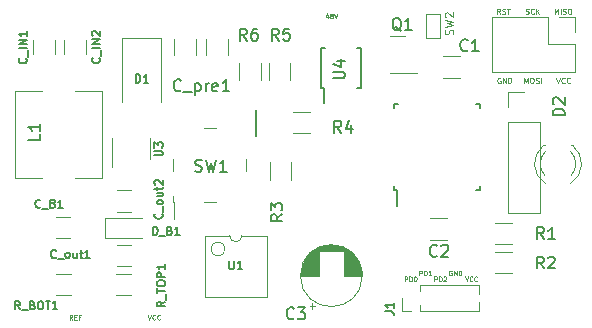
<source format=gbr>
G04 #@! TF.GenerationSoftware,KiCad,Pcbnew,6.0.7-f9a2dced07~116~ubuntu20.04.1*
G04 #@! TF.CreationDate,2022-12-22T17:50:38+01:00*
G04 #@! TF.ProjectId,mimu_phantom,6d696d75-5f70-4686-916e-746f6d2e6b69,rev?*
G04 #@! TF.SameCoordinates,Original*
G04 #@! TF.FileFunction,Legend,Top*
G04 #@! TF.FilePolarity,Positive*
%FSLAX46Y46*%
G04 Gerber Fmt 4.6, Leading zero omitted, Abs format (unit mm)*
G04 Created by KiCad (PCBNEW 6.0.7-f9a2dced07~116~ubuntu20.04.1) date 2022-12-22 17:50:38*
%MOMM*%
%LPD*%
G01*
G04 APERTURE LIST*
%ADD10C,0.150000*%
%ADD11C,0.100000*%
%ADD12C,0.095250*%
%ADD13C,0.120000*%
G04 APERTURE END LIST*
D10*
X121950000Y-81800000D02*
X121950000Y-84050000D01*
D11*
X106371428Y-99580952D02*
X106238095Y-99390476D01*
X106142857Y-99580952D02*
X106142857Y-99180952D01*
X106295238Y-99180952D01*
X106333333Y-99200000D01*
X106352380Y-99219047D01*
X106371428Y-99257142D01*
X106371428Y-99314285D01*
X106352380Y-99352380D01*
X106333333Y-99371428D01*
X106295238Y-99390476D01*
X106142857Y-99390476D01*
X106542857Y-99371428D02*
X106676190Y-99371428D01*
X106733333Y-99580952D02*
X106542857Y-99580952D01*
X106542857Y-99180952D01*
X106733333Y-99180952D01*
X107038095Y-99371428D02*
X106904761Y-99371428D01*
X106904761Y-99580952D02*
X106904761Y-99180952D01*
X107095238Y-99180952D01*
X112766666Y-99180952D02*
X112900000Y-99580952D01*
X113033333Y-99180952D01*
X113395238Y-99542857D02*
X113376190Y-99561904D01*
X113319047Y-99580952D01*
X113280952Y-99580952D01*
X113223809Y-99561904D01*
X113185714Y-99523809D01*
X113166666Y-99485714D01*
X113147619Y-99409523D01*
X113147619Y-99352380D01*
X113166666Y-99276190D01*
X113185714Y-99238095D01*
X113223809Y-99200000D01*
X113280952Y-99180952D01*
X113319047Y-99180952D01*
X113376190Y-99200000D01*
X113395238Y-99219047D01*
X113795238Y-99542857D02*
X113776190Y-99561904D01*
X113719047Y-99580952D01*
X113680952Y-99580952D01*
X113623809Y-99561904D01*
X113585714Y-99523809D01*
X113566666Y-99485714D01*
X113547619Y-99409523D01*
X113547619Y-99352380D01*
X113566666Y-99276190D01*
X113585714Y-99238095D01*
X113623809Y-99200000D01*
X113680952Y-99180952D01*
X113719047Y-99180952D01*
X113776190Y-99200000D01*
X113795238Y-99219047D01*
X128014285Y-73814285D02*
X128014285Y-74080952D01*
X127919047Y-73661904D02*
X127823809Y-73947619D01*
X128071428Y-73947619D01*
X128280952Y-73852380D02*
X128242857Y-73833333D01*
X128223809Y-73814285D01*
X128204761Y-73776190D01*
X128204761Y-73757142D01*
X128223809Y-73719047D01*
X128242857Y-73700000D01*
X128280952Y-73680952D01*
X128357142Y-73680952D01*
X128395238Y-73700000D01*
X128414285Y-73719047D01*
X128433333Y-73757142D01*
X128433333Y-73776190D01*
X128414285Y-73814285D01*
X128395238Y-73833333D01*
X128357142Y-73852380D01*
X128280952Y-73852380D01*
X128242857Y-73871428D01*
X128223809Y-73890476D01*
X128204761Y-73928571D01*
X128204761Y-74004761D01*
X128223809Y-74042857D01*
X128242857Y-74061904D01*
X128280952Y-74080952D01*
X128357142Y-74080952D01*
X128395238Y-74061904D01*
X128414285Y-74042857D01*
X128433333Y-74004761D01*
X128433333Y-73928571D01*
X128414285Y-73890476D01*
X128395238Y-73871428D01*
X128357142Y-73852380D01*
X128547619Y-73680952D02*
X128680952Y-74080952D01*
X128814285Y-73680952D01*
X139616666Y-95930952D02*
X139750000Y-96330952D01*
X139883333Y-95930952D01*
X140245238Y-96292857D02*
X140226190Y-96311904D01*
X140169047Y-96330952D01*
X140130952Y-96330952D01*
X140073809Y-96311904D01*
X140035714Y-96273809D01*
X140016666Y-96235714D01*
X139997619Y-96159523D01*
X139997619Y-96102380D01*
X140016666Y-96026190D01*
X140035714Y-95988095D01*
X140073809Y-95950000D01*
X140130952Y-95930952D01*
X140169047Y-95930952D01*
X140226190Y-95950000D01*
X140245238Y-95969047D01*
X140645238Y-96292857D02*
X140626190Y-96311904D01*
X140569047Y-96330952D01*
X140530952Y-96330952D01*
X140473809Y-96311904D01*
X140435714Y-96273809D01*
X140416666Y-96235714D01*
X140397619Y-96159523D01*
X140397619Y-96102380D01*
X140416666Y-96026190D01*
X140435714Y-95988095D01*
X140473809Y-95950000D01*
X140530952Y-95930952D01*
X140569047Y-95930952D01*
X140626190Y-95950000D01*
X140645238Y-95969047D01*
D12*
X147192857Y-73703571D02*
X147192857Y-73253571D01*
X147342857Y-73575000D01*
X147492857Y-73253571D01*
X147492857Y-73703571D01*
X147707142Y-73703571D02*
X147707142Y-73253571D01*
X147900000Y-73682142D02*
X147964285Y-73703571D01*
X148071428Y-73703571D01*
X148114285Y-73682142D01*
X148135714Y-73660714D01*
X148157142Y-73617857D01*
X148157142Y-73575000D01*
X148135714Y-73532142D01*
X148114285Y-73510714D01*
X148071428Y-73489285D01*
X147985714Y-73467857D01*
X147942857Y-73446428D01*
X147921428Y-73425000D01*
X147900000Y-73382142D01*
X147900000Y-73339285D01*
X147921428Y-73296428D01*
X147942857Y-73275000D01*
X147985714Y-73253571D01*
X148092857Y-73253571D01*
X148157142Y-73275000D01*
X148435714Y-73253571D02*
X148521428Y-73253571D01*
X148564285Y-73275000D01*
X148607142Y-73317857D01*
X148628571Y-73403571D01*
X148628571Y-73553571D01*
X148607142Y-73639285D01*
X148564285Y-73682142D01*
X148521428Y-73703571D01*
X148435714Y-73703571D01*
X148392857Y-73682142D01*
X148350000Y-73639285D01*
X148328571Y-73553571D01*
X148328571Y-73403571D01*
X148350000Y-73317857D01*
X148392857Y-73275000D01*
X148435714Y-73253571D01*
X144741962Y-73682142D02*
X144806248Y-73703571D01*
X144913391Y-73703571D01*
X144956248Y-73682142D01*
X144977676Y-73660714D01*
X144999105Y-73617857D01*
X144999105Y-73575000D01*
X144977676Y-73532142D01*
X144956248Y-73510714D01*
X144913391Y-73489285D01*
X144827676Y-73467857D01*
X144784819Y-73446428D01*
X144763391Y-73425000D01*
X144741962Y-73382142D01*
X144741962Y-73339285D01*
X144763391Y-73296428D01*
X144784819Y-73275000D01*
X144827676Y-73253571D01*
X144934819Y-73253571D01*
X144999105Y-73275000D01*
X145449105Y-73660714D02*
X145427676Y-73682142D01*
X145363391Y-73703571D01*
X145320534Y-73703571D01*
X145256248Y-73682142D01*
X145213391Y-73639285D01*
X145191962Y-73596428D01*
X145170534Y-73510714D01*
X145170534Y-73446428D01*
X145191962Y-73360714D01*
X145213391Y-73317857D01*
X145256248Y-73275000D01*
X145320534Y-73253571D01*
X145363391Y-73253571D01*
X145427676Y-73275000D01*
X145449105Y-73296428D01*
X145641962Y-73703571D02*
X145641962Y-73253571D01*
X145899105Y-73703571D02*
X145706248Y-73446428D01*
X145899105Y-73253571D02*
X145641962Y-73510714D01*
D11*
X135748761Y-95846952D02*
X135748761Y-95446952D01*
X135901142Y-95446952D01*
X135939238Y-95466000D01*
X135958285Y-95485047D01*
X135977333Y-95523142D01*
X135977333Y-95580285D01*
X135958285Y-95618380D01*
X135939238Y-95637428D01*
X135901142Y-95656476D01*
X135748761Y-95656476D01*
X136148761Y-95846952D02*
X136148761Y-95446952D01*
X136244000Y-95446952D01*
X136301142Y-95466000D01*
X136339238Y-95504095D01*
X136358285Y-95542190D01*
X136377333Y-95618380D01*
X136377333Y-95675523D01*
X136358285Y-95751714D01*
X136339238Y-95789809D01*
X136301142Y-95827904D01*
X136244000Y-95846952D01*
X136148761Y-95846952D01*
X136758285Y-95846952D02*
X136529714Y-95846952D01*
X136644000Y-95846952D02*
X136644000Y-95446952D01*
X136605904Y-95504095D01*
X136567809Y-95542190D01*
X136529714Y-95561238D01*
X138479238Y-95450000D02*
X138441142Y-95430952D01*
X138384000Y-95430952D01*
X138326857Y-95450000D01*
X138288761Y-95488095D01*
X138269714Y-95526190D01*
X138250666Y-95602380D01*
X138250666Y-95659523D01*
X138269714Y-95735714D01*
X138288761Y-95773809D01*
X138326857Y-95811904D01*
X138384000Y-95830952D01*
X138422095Y-95830952D01*
X138479238Y-95811904D01*
X138498285Y-95792857D01*
X138498285Y-95659523D01*
X138422095Y-95659523D01*
X138669714Y-95830952D02*
X138669714Y-95430952D01*
X138898285Y-95830952D01*
X138898285Y-95430952D01*
X139088761Y-95830952D02*
X139088761Y-95430952D01*
X139184000Y-95430952D01*
X139241142Y-95450000D01*
X139279238Y-95488095D01*
X139298285Y-95526190D01*
X139317333Y-95602380D01*
X139317333Y-95659523D01*
X139298285Y-95735714D01*
X139279238Y-95773809D01*
X139241142Y-95811904D01*
X139184000Y-95830952D01*
X139088761Y-95830952D01*
D12*
X142603571Y-73703571D02*
X142453571Y-73489285D01*
X142346428Y-73703571D02*
X142346428Y-73253571D01*
X142517857Y-73253571D01*
X142560714Y-73275000D01*
X142582142Y-73296428D01*
X142603571Y-73339285D01*
X142603571Y-73403571D01*
X142582142Y-73446428D01*
X142560714Y-73467857D01*
X142517857Y-73489285D01*
X142346428Y-73489285D01*
X142775000Y-73682142D02*
X142839285Y-73703571D01*
X142946428Y-73703571D01*
X142989285Y-73682142D01*
X143010714Y-73660714D01*
X143032142Y-73617857D01*
X143032142Y-73575000D01*
X143010714Y-73532142D01*
X142989285Y-73510714D01*
X142946428Y-73489285D01*
X142860714Y-73467857D01*
X142817857Y-73446428D01*
X142796428Y-73425000D01*
X142775000Y-73382142D01*
X142775000Y-73339285D01*
X142796428Y-73296428D01*
X142817857Y-73275000D01*
X142860714Y-73253571D01*
X142967857Y-73253571D01*
X143032142Y-73275000D01*
X143160714Y-73253571D02*
X143417857Y-73253571D01*
X143289285Y-73703571D02*
X143289285Y-73253571D01*
D11*
X134504761Y-96330952D02*
X134504761Y-95930952D01*
X134657142Y-95930952D01*
X134695238Y-95950000D01*
X134714285Y-95969047D01*
X134733333Y-96007142D01*
X134733333Y-96064285D01*
X134714285Y-96102380D01*
X134695238Y-96121428D01*
X134657142Y-96140476D01*
X134504761Y-96140476D01*
X134904761Y-96330952D02*
X134904761Y-95930952D01*
X135000000Y-95930952D01*
X135057142Y-95950000D01*
X135095238Y-95988095D01*
X135114285Y-96026190D01*
X135133333Y-96102380D01*
X135133333Y-96159523D01*
X135114285Y-96235714D01*
X135095238Y-96273809D01*
X135057142Y-96311904D01*
X135000000Y-96330952D01*
X134904761Y-96330952D01*
X135380952Y-95930952D02*
X135419047Y-95930952D01*
X135457142Y-95950000D01*
X135476190Y-95969047D01*
X135495238Y-96007142D01*
X135514285Y-96083333D01*
X135514285Y-96178571D01*
X135495238Y-96254761D01*
X135476190Y-96292857D01*
X135457142Y-96311904D01*
X135419047Y-96330952D01*
X135380952Y-96330952D01*
X135342857Y-96311904D01*
X135323809Y-96292857D01*
X135304761Y-96254761D01*
X135285714Y-96178571D01*
X135285714Y-96083333D01*
X135304761Y-96007142D01*
X135323809Y-95969047D01*
X135342857Y-95950000D01*
X135380952Y-95930952D01*
X137018761Y-96330952D02*
X137018761Y-95930952D01*
X137171142Y-95930952D01*
X137209238Y-95950000D01*
X137228285Y-95969047D01*
X137247333Y-96007142D01*
X137247333Y-96064285D01*
X137228285Y-96102380D01*
X137209238Y-96121428D01*
X137171142Y-96140476D01*
X137018761Y-96140476D01*
X137418761Y-96330952D02*
X137418761Y-95930952D01*
X137514000Y-95930952D01*
X137571142Y-95950000D01*
X137609238Y-95988095D01*
X137628285Y-96026190D01*
X137647333Y-96102380D01*
X137647333Y-96159523D01*
X137628285Y-96235714D01*
X137609238Y-96273809D01*
X137571142Y-96311904D01*
X137514000Y-96330952D01*
X137418761Y-96330952D01*
X137799714Y-95969047D02*
X137818761Y-95950000D01*
X137856857Y-95930952D01*
X137952095Y-95930952D01*
X137990190Y-95950000D01*
X138009238Y-95969047D01*
X138028285Y-96007142D01*
X138028285Y-96045238D01*
X138009238Y-96102380D01*
X137780666Y-96330952D01*
X138028285Y-96330952D01*
D12*
X144642857Y-79553571D02*
X144642857Y-79103571D01*
X144792857Y-79425000D01*
X144942857Y-79103571D01*
X144942857Y-79553571D01*
X145242857Y-79103571D02*
X145328571Y-79103571D01*
X145371428Y-79125000D01*
X145414285Y-79167857D01*
X145435714Y-79253571D01*
X145435714Y-79403571D01*
X145414285Y-79489285D01*
X145371428Y-79532142D01*
X145328571Y-79553571D01*
X145242857Y-79553571D01*
X145200000Y-79532142D01*
X145157142Y-79489285D01*
X145135714Y-79403571D01*
X145135714Y-79253571D01*
X145157142Y-79167857D01*
X145200000Y-79125000D01*
X145242857Y-79103571D01*
X145607142Y-79532142D02*
X145671428Y-79553571D01*
X145778571Y-79553571D01*
X145821428Y-79532142D01*
X145842857Y-79510714D01*
X145864285Y-79467857D01*
X145864285Y-79425000D01*
X145842857Y-79382142D01*
X145821428Y-79360714D01*
X145778571Y-79339285D01*
X145692857Y-79317857D01*
X145650000Y-79296428D01*
X145628571Y-79275000D01*
X145607142Y-79232142D01*
X145607142Y-79189285D01*
X145628571Y-79146428D01*
X145650000Y-79125000D01*
X145692857Y-79103571D01*
X145800000Y-79103571D01*
X145864285Y-79125000D01*
X146057142Y-79553571D02*
X146057142Y-79103571D01*
X147350000Y-79103571D02*
X147500000Y-79553571D01*
X147650000Y-79103571D01*
X148057142Y-79510714D02*
X148035714Y-79532142D01*
X147971428Y-79553571D01*
X147928571Y-79553571D01*
X147864285Y-79532142D01*
X147821428Y-79489285D01*
X147800000Y-79446428D01*
X147778571Y-79360714D01*
X147778571Y-79296428D01*
X147800000Y-79210714D01*
X147821428Y-79167857D01*
X147864285Y-79125000D01*
X147928571Y-79103571D01*
X147971428Y-79103571D01*
X148035714Y-79125000D01*
X148057142Y-79146428D01*
X148507142Y-79510714D02*
X148485714Y-79532142D01*
X148421428Y-79553571D01*
X148378571Y-79553571D01*
X148314285Y-79532142D01*
X148271428Y-79489285D01*
X148250000Y-79446428D01*
X148228571Y-79360714D01*
X148228571Y-79296428D01*
X148250000Y-79210714D01*
X148271428Y-79167857D01*
X148314285Y-79125000D01*
X148378571Y-79103571D01*
X148421428Y-79103571D01*
X148485714Y-79125000D01*
X148507142Y-79146428D01*
X142607142Y-79125000D02*
X142564285Y-79103571D01*
X142500000Y-79103571D01*
X142435714Y-79125000D01*
X142392857Y-79167857D01*
X142371428Y-79210714D01*
X142350000Y-79296428D01*
X142350000Y-79360714D01*
X142371428Y-79446428D01*
X142392857Y-79489285D01*
X142435714Y-79532142D01*
X142500000Y-79553571D01*
X142542857Y-79553571D01*
X142607142Y-79532142D01*
X142628571Y-79510714D01*
X142628571Y-79360714D01*
X142542857Y-79360714D01*
X142821428Y-79553571D02*
X142821428Y-79103571D01*
X143078571Y-79553571D01*
X143078571Y-79103571D01*
X143292857Y-79553571D02*
X143292857Y-79103571D01*
X143400000Y-79103571D01*
X143464285Y-79125000D01*
X143507142Y-79167857D01*
X143528571Y-79210714D01*
X143550000Y-79296428D01*
X143550000Y-79360714D01*
X143528571Y-79446428D01*
X143507142Y-79489285D01*
X143464285Y-79532142D01*
X143400000Y-79553571D01*
X143292857Y-79553571D01*
D10*
X119666666Y-94616666D02*
X119666666Y-95183333D01*
X119700000Y-95250000D01*
X119733333Y-95283333D01*
X119800000Y-95316666D01*
X119933333Y-95316666D01*
X120000000Y-95283333D01*
X120033333Y-95250000D01*
X120066666Y-95183333D01*
X120066666Y-94616666D01*
X120766666Y-95316666D02*
X120366666Y-95316666D01*
X120566666Y-95316666D02*
X120566666Y-94616666D01*
X120500000Y-94716666D01*
X120433333Y-94783333D01*
X120366666Y-94816666D01*
X111733333Y-79516666D02*
X111733333Y-78816666D01*
X111900000Y-78816666D01*
X112000000Y-78850000D01*
X112066666Y-78916666D01*
X112100000Y-78983333D01*
X112133333Y-79116666D01*
X112133333Y-79216666D01*
X112100000Y-79350000D01*
X112066666Y-79416666D01*
X112000000Y-79483333D01*
X111900000Y-79516666D01*
X111733333Y-79516666D01*
X112800000Y-79516666D02*
X112400000Y-79516666D01*
X112600000Y-79516666D02*
X112600000Y-78816666D01*
X112533333Y-78916666D01*
X112466666Y-78983333D01*
X112400000Y-79016666D01*
X113316666Y-85683333D02*
X113883333Y-85683333D01*
X113950000Y-85650000D01*
X113983333Y-85616666D01*
X114016666Y-85550000D01*
X114016666Y-85416666D01*
X113983333Y-85350000D01*
X113950000Y-85316666D01*
X113883333Y-85283333D01*
X113316666Y-85283333D01*
X113316666Y-85016666D02*
X113316666Y-84583333D01*
X113583333Y-84816666D01*
X113583333Y-84716666D01*
X113616666Y-84650000D01*
X113650000Y-84616666D01*
X113716666Y-84583333D01*
X113883333Y-84583333D01*
X113950000Y-84616666D01*
X113983333Y-84650000D01*
X114016666Y-84716666D01*
X114016666Y-84916666D01*
X113983333Y-84983333D01*
X113950000Y-85016666D01*
X113950000Y-90616666D02*
X113983333Y-90650000D01*
X114016666Y-90750000D01*
X114016666Y-90816666D01*
X113983333Y-90916666D01*
X113916666Y-90983333D01*
X113850000Y-91016666D01*
X113716666Y-91050000D01*
X113616666Y-91050000D01*
X113483333Y-91016666D01*
X113416666Y-90983333D01*
X113350000Y-90916666D01*
X113316666Y-90816666D01*
X113316666Y-90750000D01*
X113350000Y-90650000D01*
X113383333Y-90616666D01*
X114083333Y-90483333D02*
X114083333Y-89950000D01*
X114016666Y-89683333D02*
X113983333Y-89750000D01*
X113950000Y-89783333D01*
X113883333Y-89816666D01*
X113683333Y-89816666D01*
X113616666Y-89783333D01*
X113583333Y-89750000D01*
X113550000Y-89683333D01*
X113550000Y-89583333D01*
X113583333Y-89516666D01*
X113616666Y-89483333D01*
X113683333Y-89450000D01*
X113883333Y-89450000D01*
X113950000Y-89483333D01*
X113983333Y-89516666D01*
X114016666Y-89583333D01*
X114016666Y-89683333D01*
X113550000Y-88850000D02*
X114016666Y-88850000D01*
X113550000Y-89150000D02*
X113916666Y-89150000D01*
X113983333Y-89116666D01*
X114016666Y-89050000D01*
X114016666Y-88950000D01*
X113983333Y-88883333D01*
X113950000Y-88850000D01*
X113550000Y-88616666D02*
X113550000Y-88350000D01*
X113316666Y-88516666D02*
X113916666Y-88516666D01*
X113983333Y-88483333D01*
X114016666Y-88416666D01*
X114016666Y-88350000D01*
X113383333Y-88150000D02*
X113350000Y-88116666D01*
X113316666Y-88050000D01*
X113316666Y-87883333D01*
X113350000Y-87816666D01*
X113383333Y-87783333D01*
X113450000Y-87750000D01*
X113516666Y-87750000D01*
X113616666Y-87783333D01*
X114016666Y-88183333D01*
X114016666Y-87750000D01*
X103666666Y-90050000D02*
X103633333Y-90083333D01*
X103533333Y-90116666D01*
X103466666Y-90116666D01*
X103366666Y-90083333D01*
X103300000Y-90016666D01*
X103266666Y-89950000D01*
X103233333Y-89816666D01*
X103233333Y-89716666D01*
X103266666Y-89583333D01*
X103300000Y-89516666D01*
X103366666Y-89450000D01*
X103466666Y-89416666D01*
X103533333Y-89416666D01*
X103633333Y-89450000D01*
X103666666Y-89483333D01*
X103800000Y-90183333D02*
X104333333Y-90183333D01*
X104733333Y-89750000D02*
X104833333Y-89783333D01*
X104866666Y-89816666D01*
X104900000Y-89883333D01*
X104900000Y-89983333D01*
X104866666Y-90050000D01*
X104833333Y-90083333D01*
X104766666Y-90116666D01*
X104500000Y-90116666D01*
X104500000Y-89416666D01*
X104733333Y-89416666D01*
X104800000Y-89450000D01*
X104833333Y-89483333D01*
X104866666Y-89550000D01*
X104866666Y-89616666D01*
X104833333Y-89683333D01*
X104800000Y-89716666D01*
X104733333Y-89750000D01*
X104500000Y-89750000D01*
X105566666Y-90116666D02*
X105166666Y-90116666D01*
X105366666Y-90116666D02*
X105366666Y-89416666D01*
X105300000Y-89516666D01*
X105233333Y-89583333D01*
X105166666Y-89616666D01*
X113189657Y-92410242D02*
X113189657Y-91724442D01*
X113352942Y-91724442D01*
X113450914Y-91757100D01*
X113516228Y-91822414D01*
X113548885Y-91887728D01*
X113581542Y-92018357D01*
X113581542Y-92116328D01*
X113548885Y-92246957D01*
X113516228Y-92312271D01*
X113450914Y-92377585D01*
X113352942Y-92410242D01*
X113189657Y-92410242D01*
X113712171Y-92475557D02*
X114234685Y-92475557D01*
X114626571Y-92051014D02*
X114724542Y-92083671D01*
X114757200Y-92116328D01*
X114789857Y-92181642D01*
X114789857Y-92279614D01*
X114757200Y-92344928D01*
X114724542Y-92377585D01*
X114659228Y-92410242D01*
X114397971Y-92410242D01*
X114397971Y-91724442D01*
X114626571Y-91724442D01*
X114691885Y-91757100D01*
X114724542Y-91789757D01*
X114757200Y-91855071D01*
X114757200Y-91920385D01*
X114724542Y-91985700D01*
X114691885Y-92018357D01*
X114626571Y-92051014D01*
X114397971Y-92051014D01*
X115443000Y-92410242D02*
X115051114Y-92410242D01*
X115247057Y-92410242D02*
X115247057Y-91724442D01*
X115181742Y-91822414D01*
X115116428Y-91887728D01*
X115051114Y-91920385D01*
X114216666Y-98066666D02*
X113883333Y-98300000D01*
X114216666Y-98466666D02*
X113516666Y-98466666D01*
X113516666Y-98200000D01*
X113550000Y-98133333D01*
X113583333Y-98100000D01*
X113650000Y-98066666D01*
X113750000Y-98066666D01*
X113816666Y-98100000D01*
X113850000Y-98133333D01*
X113883333Y-98200000D01*
X113883333Y-98466666D01*
X114283333Y-97933333D02*
X114283333Y-97400000D01*
X113516666Y-97333333D02*
X113516666Y-96933333D01*
X114216666Y-97133333D02*
X113516666Y-97133333D01*
X113516666Y-96566666D02*
X113516666Y-96433333D01*
X113550000Y-96366666D01*
X113616666Y-96300000D01*
X113750000Y-96266666D01*
X113983333Y-96266666D01*
X114116666Y-96300000D01*
X114183333Y-96366666D01*
X114216666Y-96433333D01*
X114216666Y-96566666D01*
X114183333Y-96633333D01*
X114116666Y-96700000D01*
X113983333Y-96733333D01*
X113750000Y-96733333D01*
X113616666Y-96700000D01*
X113550000Y-96633333D01*
X113516666Y-96566666D01*
X114216666Y-95966666D02*
X113516666Y-95966666D01*
X113516666Y-95700000D01*
X113550000Y-95633333D01*
X113583333Y-95600000D01*
X113650000Y-95566666D01*
X113750000Y-95566666D01*
X113816666Y-95600000D01*
X113850000Y-95633333D01*
X113883333Y-95700000D01*
X113883333Y-95966666D01*
X114216666Y-94900000D02*
X114216666Y-95300000D01*
X114216666Y-95100000D02*
X113516666Y-95100000D01*
X113616666Y-95166666D01*
X113683333Y-95233333D01*
X113716666Y-95300000D01*
X101933333Y-98716666D02*
X101700000Y-98383333D01*
X101533333Y-98716666D02*
X101533333Y-98016666D01*
X101800000Y-98016666D01*
X101866666Y-98050000D01*
X101900000Y-98083333D01*
X101933333Y-98150000D01*
X101933333Y-98250000D01*
X101900000Y-98316666D01*
X101866666Y-98350000D01*
X101800000Y-98383333D01*
X101533333Y-98383333D01*
X102066666Y-98783333D02*
X102600000Y-98783333D01*
X103000000Y-98350000D02*
X103100000Y-98383333D01*
X103133333Y-98416666D01*
X103166666Y-98483333D01*
X103166666Y-98583333D01*
X103133333Y-98650000D01*
X103100000Y-98683333D01*
X103033333Y-98716666D01*
X102766666Y-98716666D01*
X102766666Y-98016666D01*
X103000000Y-98016666D01*
X103066666Y-98050000D01*
X103100000Y-98083333D01*
X103133333Y-98150000D01*
X103133333Y-98216666D01*
X103100000Y-98283333D01*
X103066666Y-98316666D01*
X103000000Y-98350000D01*
X102766666Y-98350000D01*
X103600000Y-98016666D02*
X103733333Y-98016666D01*
X103800000Y-98050000D01*
X103866666Y-98116666D01*
X103900000Y-98250000D01*
X103900000Y-98483333D01*
X103866666Y-98616666D01*
X103800000Y-98683333D01*
X103733333Y-98716666D01*
X103600000Y-98716666D01*
X103533333Y-98683333D01*
X103466666Y-98616666D01*
X103433333Y-98483333D01*
X103433333Y-98250000D01*
X103466666Y-98116666D01*
X103533333Y-98050000D01*
X103600000Y-98016666D01*
X104100000Y-98016666D02*
X104500000Y-98016666D01*
X104300000Y-98716666D02*
X104300000Y-98016666D01*
X105100000Y-98716666D02*
X104700000Y-98716666D01*
X104900000Y-98716666D02*
X104900000Y-98016666D01*
X104833333Y-98116666D01*
X104766666Y-98183333D01*
X104700000Y-98216666D01*
X104983333Y-94300000D02*
X104950000Y-94333333D01*
X104850000Y-94366666D01*
X104783333Y-94366666D01*
X104683333Y-94333333D01*
X104616666Y-94266666D01*
X104583333Y-94200000D01*
X104550000Y-94066666D01*
X104550000Y-93966666D01*
X104583333Y-93833333D01*
X104616666Y-93766666D01*
X104683333Y-93700000D01*
X104783333Y-93666666D01*
X104850000Y-93666666D01*
X104950000Y-93700000D01*
X104983333Y-93733333D01*
X105116666Y-94433333D02*
X105650000Y-94433333D01*
X105916666Y-94366666D02*
X105850000Y-94333333D01*
X105816666Y-94300000D01*
X105783333Y-94233333D01*
X105783333Y-94033333D01*
X105816666Y-93966666D01*
X105850000Y-93933333D01*
X105916666Y-93900000D01*
X106016666Y-93900000D01*
X106083333Y-93933333D01*
X106116666Y-93966666D01*
X106150000Y-94033333D01*
X106150000Y-94233333D01*
X106116666Y-94300000D01*
X106083333Y-94333333D01*
X106016666Y-94366666D01*
X105916666Y-94366666D01*
X106750000Y-93900000D02*
X106750000Y-94366666D01*
X106450000Y-93900000D02*
X106450000Y-94266666D01*
X106483333Y-94333333D01*
X106550000Y-94366666D01*
X106650000Y-94366666D01*
X106716666Y-94333333D01*
X106750000Y-94300000D01*
X106983333Y-93900000D02*
X107250000Y-93900000D01*
X107083333Y-93666666D02*
X107083333Y-94266666D01*
X107116666Y-94333333D01*
X107183333Y-94366666D01*
X107250000Y-94366666D01*
X107850000Y-94366666D02*
X107450000Y-94366666D01*
X107650000Y-94366666D02*
X107650000Y-93666666D01*
X107583333Y-93766666D01*
X107516666Y-93833333D01*
X107450000Y-93866666D01*
X108650000Y-77416666D02*
X108683333Y-77450000D01*
X108716666Y-77550000D01*
X108716666Y-77616666D01*
X108683333Y-77716666D01*
X108616666Y-77783333D01*
X108550000Y-77816666D01*
X108416666Y-77850000D01*
X108316666Y-77850000D01*
X108183333Y-77816666D01*
X108116666Y-77783333D01*
X108050000Y-77716666D01*
X108016666Y-77616666D01*
X108016666Y-77550000D01*
X108050000Y-77450000D01*
X108083333Y-77416666D01*
X108783333Y-77283333D02*
X108783333Y-76750000D01*
X108716666Y-76583333D02*
X108016666Y-76583333D01*
X108716666Y-76250000D02*
X108016666Y-76250000D01*
X108716666Y-75850000D01*
X108016666Y-75850000D01*
X108083333Y-75550000D02*
X108050000Y-75516666D01*
X108016666Y-75450000D01*
X108016666Y-75283333D01*
X108050000Y-75216666D01*
X108083333Y-75183333D01*
X108150000Y-75150000D01*
X108216666Y-75150000D01*
X108316666Y-75183333D01*
X108716666Y-75583333D01*
X108716666Y-75150000D01*
X103652380Y-83866666D02*
X103652380Y-84342857D01*
X102652380Y-84342857D01*
X103652380Y-83009523D02*
X103652380Y-83580952D01*
X103652380Y-83295238D02*
X102652380Y-83295238D01*
X102795238Y-83390476D01*
X102890476Y-83485714D01*
X102938095Y-83580952D01*
X102450000Y-77454166D02*
X102483333Y-77487500D01*
X102516666Y-77587500D01*
X102516666Y-77654166D01*
X102483333Y-77754166D01*
X102416666Y-77820833D01*
X102350000Y-77854166D01*
X102216666Y-77887500D01*
X102116666Y-77887500D01*
X101983333Y-77854166D01*
X101916666Y-77820833D01*
X101850000Y-77754166D01*
X101816666Y-77654166D01*
X101816666Y-77587500D01*
X101850000Y-77487500D01*
X101883333Y-77454166D01*
X102583333Y-77320833D02*
X102583333Y-76787500D01*
X102516666Y-76620833D02*
X101816666Y-76620833D01*
X102516666Y-76287500D02*
X101816666Y-76287500D01*
X102516666Y-75887500D01*
X101816666Y-75887500D01*
X102516666Y-75187500D02*
X102516666Y-75587500D01*
X102516666Y-75387500D02*
X101816666Y-75387500D01*
X101916666Y-75454166D01*
X101983333Y-75520833D01*
X102016666Y-75587500D01*
X132866666Y-98883333D02*
X133366666Y-98883333D01*
X133466666Y-98916666D01*
X133533333Y-98983333D01*
X133566666Y-99083333D01*
X133566666Y-99150000D01*
X133566666Y-98183333D02*
X133566666Y-98583333D01*
X133566666Y-98383333D02*
X132866666Y-98383333D01*
X132966666Y-98450000D01*
X133033333Y-98516666D01*
X133066666Y-98583333D01*
X146283333Y-92752380D02*
X145950000Y-92276190D01*
X145711904Y-92752380D02*
X145711904Y-91752380D01*
X146092857Y-91752380D01*
X146188095Y-91800000D01*
X146235714Y-91847619D01*
X146283333Y-91942857D01*
X146283333Y-92085714D01*
X146235714Y-92180952D01*
X146188095Y-92228571D01*
X146092857Y-92276190D01*
X145711904Y-92276190D01*
X147235714Y-92752380D02*
X146664285Y-92752380D01*
X146950000Y-92752380D02*
X146950000Y-91752380D01*
X146854761Y-91895238D01*
X146759523Y-91990476D01*
X146664285Y-92038095D01*
X146283333Y-95252380D02*
X145950000Y-94776190D01*
X145711904Y-95252380D02*
X145711904Y-94252380D01*
X146092857Y-94252380D01*
X146188095Y-94300000D01*
X146235714Y-94347619D01*
X146283333Y-94442857D01*
X146283333Y-94585714D01*
X146235714Y-94680952D01*
X146188095Y-94728571D01*
X146092857Y-94776190D01*
X145711904Y-94776190D01*
X146664285Y-94347619D02*
X146711904Y-94300000D01*
X146807142Y-94252380D01*
X147045238Y-94252380D01*
X147140476Y-94300000D01*
X147188095Y-94347619D01*
X147235714Y-94442857D01*
X147235714Y-94538095D01*
X147188095Y-94680952D01*
X146616666Y-95252380D01*
X147235714Y-95252380D01*
X116766666Y-87004761D02*
X116909523Y-87052380D01*
X117147619Y-87052380D01*
X117242857Y-87004761D01*
X117290476Y-86957142D01*
X117338095Y-86861904D01*
X117338095Y-86766666D01*
X117290476Y-86671428D01*
X117242857Y-86623809D01*
X117147619Y-86576190D01*
X116957142Y-86528571D01*
X116861904Y-86480952D01*
X116814285Y-86433333D01*
X116766666Y-86338095D01*
X116766666Y-86242857D01*
X116814285Y-86147619D01*
X116861904Y-86100000D01*
X116957142Y-86052380D01*
X117195238Y-86052380D01*
X117338095Y-86100000D01*
X117671428Y-86052380D02*
X117909523Y-87052380D01*
X118100000Y-86338095D01*
X118290476Y-87052380D01*
X118528571Y-86052380D01*
X119433333Y-87052380D02*
X118861904Y-87052380D01*
X119147619Y-87052380D02*
X119147619Y-86052380D01*
X119052380Y-86195238D01*
X118957142Y-86290476D01*
X118861904Y-86338095D01*
X115561904Y-80157142D02*
X115514285Y-80204761D01*
X115371428Y-80252380D01*
X115276190Y-80252380D01*
X115133333Y-80204761D01*
X115038095Y-80109523D01*
X114990476Y-80014285D01*
X114942857Y-79823809D01*
X114942857Y-79680952D01*
X114990476Y-79490476D01*
X115038095Y-79395238D01*
X115133333Y-79300000D01*
X115276190Y-79252380D01*
X115371428Y-79252380D01*
X115514285Y-79300000D01*
X115561904Y-79347619D01*
X115752380Y-80347619D02*
X116514285Y-80347619D01*
X116752380Y-79585714D02*
X116752380Y-80585714D01*
X116752380Y-79633333D02*
X116847619Y-79585714D01*
X117038095Y-79585714D01*
X117133333Y-79633333D01*
X117180952Y-79680952D01*
X117228571Y-79776190D01*
X117228571Y-80061904D01*
X117180952Y-80157142D01*
X117133333Y-80204761D01*
X117038095Y-80252380D01*
X116847619Y-80252380D01*
X116752380Y-80204761D01*
X117657142Y-80252380D02*
X117657142Y-79585714D01*
X117657142Y-79776190D02*
X117704761Y-79680952D01*
X117752380Y-79633333D01*
X117847619Y-79585714D01*
X117942857Y-79585714D01*
X118657142Y-80204761D02*
X118561904Y-80252380D01*
X118371428Y-80252380D01*
X118276190Y-80204761D01*
X118228571Y-80109523D01*
X118228571Y-79728571D01*
X118276190Y-79633333D01*
X118371428Y-79585714D01*
X118561904Y-79585714D01*
X118657142Y-79633333D01*
X118704761Y-79728571D01*
X118704761Y-79823809D01*
X118228571Y-79919047D01*
X119657142Y-80252380D02*
X119085714Y-80252380D01*
X119371428Y-80252380D02*
X119371428Y-79252380D01*
X119276190Y-79395238D01*
X119180952Y-79490476D01*
X119085714Y-79538095D01*
X125133333Y-99457142D02*
X125085714Y-99504761D01*
X124942857Y-99552380D01*
X124847619Y-99552380D01*
X124704761Y-99504761D01*
X124609523Y-99409523D01*
X124561904Y-99314285D01*
X124514285Y-99123809D01*
X124514285Y-98980952D01*
X124561904Y-98790476D01*
X124609523Y-98695238D01*
X124704761Y-98600000D01*
X124847619Y-98552380D01*
X124942857Y-98552380D01*
X125085714Y-98600000D01*
X125133333Y-98647619D01*
X125466666Y-98552380D02*
X126085714Y-98552380D01*
X125752380Y-98933333D01*
X125895238Y-98933333D01*
X125990476Y-98980952D01*
X126038095Y-99028571D01*
X126085714Y-99123809D01*
X126085714Y-99361904D01*
X126038095Y-99457142D01*
X125990476Y-99504761D01*
X125895238Y-99552380D01*
X125609523Y-99552380D01*
X125514285Y-99504761D01*
X125466666Y-99457142D01*
D11*
X138583333Y-75433333D02*
X138616666Y-75333333D01*
X138616666Y-75166666D01*
X138583333Y-75100000D01*
X138550000Y-75066666D01*
X138483333Y-75033333D01*
X138416666Y-75033333D01*
X138350000Y-75066666D01*
X138316666Y-75100000D01*
X138283333Y-75166666D01*
X138250000Y-75300000D01*
X138216666Y-75366666D01*
X138183333Y-75400000D01*
X138116666Y-75433333D01*
X138050000Y-75433333D01*
X137983333Y-75400000D01*
X137950000Y-75366666D01*
X137916666Y-75300000D01*
X137916666Y-75133333D01*
X137950000Y-75033333D01*
X137916666Y-74800000D02*
X138616666Y-74633333D01*
X138116666Y-74500000D01*
X138616666Y-74366666D01*
X137916666Y-74200000D01*
X137983333Y-73966666D02*
X137950000Y-73933333D01*
X137916666Y-73866666D01*
X137916666Y-73700000D01*
X137950000Y-73633333D01*
X137983333Y-73600000D01*
X138050000Y-73566666D01*
X138116666Y-73566666D01*
X138216666Y-73600000D01*
X138616666Y-74000000D01*
X138616666Y-73566666D01*
D10*
X137233333Y-94157142D02*
X137185714Y-94204761D01*
X137042857Y-94252380D01*
X136947619Y-94252380D01*
X136804761Y-94204761D01*
X136709523Y-94109523D01*
X136661904Y-94014285D01*
X136614285Y-93823809D01*
X136614285Y-93680952D01*
X136661904Y-93490476D01*
X136709523Y-93395238D01*
X136804761Y-93300000D01*
X136947619Y-93252380D01*
X137042857Y-93252380D01*
X137185714Y-93300000D01*
X137233333Y-93347619D01*
X137614285Y-93347619D02*
X137661904Y-93300000D01*
X137757142Y-93252380D01*
X137995238Y-93252380D01*
X138090476Y-93300000D01*
X138138095Y-93347619D01*
X138185714Y-93442857D01*
X138185714Y-93538095D01*
X138138095Y-93680952D01*
X137566666Y-94252380D01*
X138185714Y-94252380D01*
X128452380Y-79161904D02*
X129261904Y-79161904D01*
X129357142Y-79114285D01*
X129404761Y-79066666D01*
X129452380Y-78971428D01*
X129452380Y-78780952D01*
X129404761Y-78685714D01*
X129357142Y-78638095D01*
X129261904Y-78590476D01*
X128452380Y-78590476D01*
X128785714Y-77685714D02*
X129452380Y-77685714D01*
X128404761Y-77923809D02*
X129119047Y-78161904D01*
X129119047Y-77542857D01*
X139833333Y-76757142D02*
X139785714Y-76804761D01*
X139642857Y-76852380D01*
X139547619Y-76852380D01*
X139404761Y-76804761D01*
X139309523Y-76709523D01*
X139261904Y-76614285D01*
X139214285Y-76423809D01*
X139214285Y-76280952D01*
X139261904Y-76090476D01*
X139309523Y-75995238D01*
X139404761Y-75900000D01*
X139547619Y-75852380D01*
X139642857Y-75852380D01*
X139785714Y-75900000D01*
X139833333Y-75947619D01*
X140785714Y-76852380D02*
X140214285Y-76852380D01*
X140500000Y-76852380D02*
X140500000Y-75852380D01*
X140404761Y-75995238D01*
X140309523Y-76090476D01*
X140214285Y-76138095D01*
X134204761Y-75147619D02*
X134109523Y-75100000D01*
X134014285Y-75004761D01*
X133871428Y-74861904D01*
X133776190Y-74814285D01*
X133680952Y-74814285D01*
X133728571Y-75052380D02*
X133633333Y-75004761D01*
X133538095Y-74909523D01*
X133490476Y-74719047D01*
X133490476Y-74385714D01*
X133538095Y-74195238D01*
X133633333Y-74100000D01*
X133728571Y-74052380D01*
X133919047Y-74052380D01*
X134014285Y-74100000D01*
X134109523Y-74195238D01*
X134157142Y-74385714D01*
X134157142Y-74719047D01*
X134109523Y-74909523D01*
X134014285Y-75004761D01*
X133919047Y-75052380D01*
X133728571Y-75052380D01*
X135109523Y-75052380D02*
X134538095Y-75052380D01*
X134823809Y-75052380D02*
X134823809Y-74052380D01*
X134728571Y-74195238D01*
X134633333Y-74290476D01*
X134538095Y-74338095D01*
X124152380Y-90666666D02*
X123676190Y-91000000D01*
X124152380Y-91238095D02*
X123152380Y-91238095D01*
X123152380Y-90857142D01*
X123200000Y-90761904D01*
X123247619Y-90714285D01*
X123342857Y-90666666D01*
X123485714Y-90666666D01*
X123580952Y-90714285D01*
X123628571Y-90761904D01*
X123676190Y-90857142D01*
X123676190Y-91238095D01*
X123152380Y-90333333D02*
X123152380Y-89714285D01*
X123533333Y-90047619D01*
X123533333Y-89904761D01*
X123580952Y-89809523D01*
X123628571Y-89761904D01*
X123723809Y-89714285D01*
X123961904Y-89714285D01*
X124057142Y-89761904D01*
X124104761Y-89809523D01*
X124152380Y-89904761D01*
X124152380Y-90190476D01*
X124104761Y-90285714D01*
X124057142Y-90333333D01*
X123833333Y-75952380D02*
X123500000Y-75476190D01*
X123261904Y-75952380D02*
X123261904Y-74952380D01*
X123642857Y-74952380D01*
X123738095Y-75000000D01*
X123785714Y-75047619D01*
X123833333Y-75142857D01*
X123833333Y-75285714D01*
X123785714Y-75380952D01*
X123738095Y-75428571D01*
X123642857Y-75476190D01*
X123261904Y-75476190D01*
X124738095Y-74952380D02*
X124261904Y-74952380D01*
X124214285Y-75428571D01*
X124261904Y-75380952D01*
X124357142Y-75333333D01*
X124595238Y-75333333D01*
X124690476Y-75380952D01*
X124738095Y-75428571D01*
X124785714Y-75523809D01*
X124785714Y-75761904D01*
X124738095Y-75857142D01*
X124690476Y-75904761D01*
X124595238Y-75952380D01*
X124357142Y-75952380D01*
X124261904Y-75904761D01*
X124214285Y-75857142D01*
X129133333Y-83752380D02*
X128800000Y-83276190D01*
X128561904Y-83752380D02*
X128561904Y-82752380D01*
X128942857Y-82752380D01*
X129038095Y-82800000D01*
X129085714Y-82847619D01*
X129133333Y-82942857D01*
X129133333Y-83085714D01*
X129085714Y-83180952D01*
X129038095Y-83228571D01*
X128942857Y-83276190D01*
X128561904Y-83276190D01*
X129990476Y-83085714D02*
X129990476Y-83752380D01*
X129752380Y-82704761D02*
X129514285Y-83419047D01*
X130133333Y-83419047D01*
X148042380Y-82288095D02*
X147042380Y-82288095D01*
X147042380Y-82050000D01*
X147090000Y-81907142D01*
X147185238Y-81811904D01*
X147280476Y-81764285D01*
X147470952Y-81716666D01*
X147613809Y-81716666D01*
X147804285Y-81764285D01*
X147899523Y-81811904D01*
X147994761Y-81907142D01*
X148042380Y-82050000D01*
X148042380Y-82288095D01*
X147137619Y-81335714D02*
X147090000Y-81288095D01*
X147042380Y-81192857D01*
X147042380Y-80954761D01*
X147090000Y-80859523D01*
X147137619Y-80811904D01*
X147232857Y-80764285D01*
X147328095Y-80764285D01*
X147470952Y-80811904D01*
X148042380Y-81383333D01*
X148042380Y-80764285D01*
X121133333Y-75952380D02*
X120800000Y-75476190D01*
X120561904Y-75952380D02*
X120561904Y-74952380D01*
X120942857Y-74952380D01*
X121038095Y-75000000D01*
X121085714Y-75047619D01*
X121133333Y-75142857D01*
X121133333Y-75285714D01*
X121085714Y-75380952D01*
X121038095Y-75428571D01*
X120942857Y-75476190D01*
X120561904Y-75476190D01*
X121990476Y-74952380D02*
X121800000Y-74952380D01*
X121704761Y-75000000D01*
X121657142Y-75047619D01*
X121561904Y-75190476D01*
X121514285Y-75380952D01*
X121514285Y-75761904D01*
X121561904Y-75857142D01*
X121609523Y-75904761D01*
X121704761Y-75952380D01*
X121895238Y-75952380D01*
X121990476Y-75904761D01*
X122038095Y-75857142D01*
X122085714Y-75761904D01*
X122085714Y-75523809D01*
X122038095Y-75428571D01*
X121990476Y-75380952D01*
X121895238Y-75333333D01*
X121704761Y-75333333D01*
X121609523Y-75380952D01*
X121561904Y-75428571D01*
X121514285Y-75523809D01*
D13*
X122860000Y-92470000D02*
X120720000Y-92470000D01*
X119700000Y-92470000D02*
X117560000Y-92470000D01*
X122860000Y-97670000D02*
X122860000Y-92470000D01*
X117560000Y-97670000D02*
X122860000Y-97670000D01*
X117560000Y-92470000D02*
X117560000Y-97670000D01*
X119700000Y-92470000D02*
G75*
G03*
X120720000Y-92470000I510000J0D01*
G01*
X119300000Y-93600000D02*
G75*
G03*
X119300000Y-93600000I-600000J0D01*
G01*
X113850000Y-75750000D02*
X110550000Y-75750000D01*
X110550000Y-75750000D02*
X110550000Y-81150000D01*
X113850000Y-75750000D02*
X113850000Y-81150000D01*
X109740000Y-84200000D02*
X109740000Y-86650000D01*
X112960000Y-86000000D02*
X112960000Y-84200000D01*
X111314564Y-88640000D02*
X110110436Y-88640000D01*
X111314564Y-90460000D02*
X110110436Y-90460000D01*
X106202064Y-92710000D02*
X104997936Y-92710000D01*
X106202064Y-90890000D02*
X104997936Y-90890000D01*
X109100000Y-90950000D02*
X112250000Y-90950000D01*
X109100000Y-90950000D02*
X109100000Y-92650000D01*
X109100000Y-92650000D02*
X112250000Y-92650000D01*
X111302064Y-95690000D02*
X110097936Y-95690000D01*
X111302064Y-97510000D02*
X110097936Y-97510000D01*
X106214564Y-97510000D02*
X105010436Y-97510000D01*
X106214564Y-95690000D02*
X105010436Y-95690000D01*
X111314564Y-95060000D02*
X110110436Y-95060000D01*
X111314564Y-93240000D02*
X110110436Y-93240000D01*
X105690000Y-75897936D02*
X105690000Y-77102064D01*
X107510000Y-75897936D02*
X107510000Y-77102064D01*
X108900000Y-80200000D02*
X108900000Y-87600000D01*
X103800000Y-87600000D02*
X101500000Y-87600000D01*
X108900000Y-87600000D02*
X106600000Y-87600000D01*
X101500000Y-80200000D02*
X103800000Y-80200000D01*
X106600000Y-80200000D02*
X108900000Y-80200000D01*
X101500000Y-87600000D02*
X101500000Y-80200000D01*
X103040000Y-75897936D02*
X103040000Y-77102064D01*
X104860000Y-75897936D02*
X104860000Y-77102064D01*
X135770000Y-97186529D02*
X135770000Y-96640000D01*
X135010000Y-98860000D02*
X134250000Y-98860000D01*
X140785000Y-98860000D02*
X140785000Y-98057530D01*
X135770000Y-98860000D02*
X140785000Y-98860000D01*
X134250000Y-98860000D02*
X134250000Y-97750000D01*
X135770000Y-98860000D02*
X135770000Y-98313471D01*
X140785000Y-97442470D02*
X140785000Y-96640000D01*
X135770000Y-96640000D02*
X140785000Y-96640000D01*
X142188748Y-91390000D02*
X143611252Y-91390000D01*
X142188748Y-93210000D02*
X143611252Y-93210000D01*
D10*
X140875000Y-88575000D02*
X140550000Y-88575000D01*
X133625000Y-88575000D02*
X133625000Y-88250000D01*
X133625000Y-81325000D02*
X133950000Y-81325000D01*
X133625000Y-88575000D02*
X133850000Y-88575000D01*
X133850000Y-88575000D02*
X133850000Y-90000000D01*
X140875000Y-88575000D02*
X140875000Y-88250000D01*
X133625000Y-81325000D02*
X133625000Y-81650000D01*
X140875000Y-81325000D02*
X140550000Y-81325000D01*
X140875000Y-81325000D02*
X140875000Y-81650000D01*
D13*
X142172936Y-95660000D02*
X143627064Y-95660000D01*
X142172936Y-93840000D02*
X143627064Y-93840000D01*
D11*
X115000000Y-89600000D02*
X115000000Y-89900000D01*
X118000000Y-83400000D02*
X117500000Y-83400000D01*
X114900000Y-86500000D02*
X114900000Y-86000000D01*
X115000000Y-89900000D02*
X115000000Y-91100000D01*
X114900000Y-89600000D02*
X115000000Y-89600000D01*
X118000000Y-89600000D02*
X117500000Y-89600000D01*
X121100000Y-86500000D02*
X121100000Y-86000000D01*
X114900000Y-89100000D02*
X114900000Y-89600000D01*
X118000000Y-89600000D02*
X118500000Y-89600000D01*
X118000000Y-83400000D02*
X118500000Y-83400000D01*
X121100000Y-86500000D02*
X121100000Y-87000000D01*
X114900000Y-86500000D02*
X114900000Y-87000000D01*
D13*
X114990000Y-75788748D02*
X114990000Y-77211252D01*
X116810000Y-75788748D02*
X116810000Y-77211252D01*
X129340000Y-94334113D02*
X130395000Y-94334113D01*
X129340000Y-94894113D02*
X130698000Y-94894113D01*
X125764000Y-95375113D02*
X127260000Y-95375113D01*
X125739000Y-95535113D02*
X127260000Y-95535113D01*
X125757000Y-95415113D02*
X127260000Y-95415113D01*
X129340000Y-95695113D02*
X130876000Y-95695113D01*
X125845000Y-95054113D02*
X127260000Y-95054113D01*
X125872000Y-94974113D02*
X127260000Y-94974113D01*
X127122000Y-93534113D02*
X129478000Y-93534113D01*
X129340000Y-95815113D02*
X130880000Y-95815113D01*
X127049000Y-93574113D02*
X129551000Y-93574113D01*
X129340000Y-94254113D02*
X130335000Y-94254113D01*
X125731000Y-95615113D02*
X127260000Y-95615113D01*
X125799000Y-95215113D02*
X127260000Y-95215113D01*
X129340000Y-94454113D02*
X130475000Y-94454113D01*
X126981000Y-93614113D02*
X129619000Y-93614113D01*
X126557000Y-93934113D02*
X127260000Y-93934113D01*
X129340000Y-94374113D02*
X130422000Y-94374113D01*
X125886000Y-94934113D02*
X127260000Y-94934113D01*
X126205000Y-94334113D02*
X127260000Y-94334113D01*
X127385000Y-93414113D02*
X129215000Y-93414113D01*
X126151000Y-94414113D02*
X127260000Y-94414113D01*
X125727000Y-95655113D02*
X127260000Y-95655113D01*
X129340000Y-95014113D02*
X130742000Y-95014113D01*
X128016000Y-93254113D02*
X128584000Y-93254113D01*
X129340000Y-95655113D02*
X130873000Y-95655113D01*
X125971000Y-94734113D02*
X127260000Y-94734113D01*
X129340000Y-93974113D02*
X130085000Y-93974113D01*
X129340000Y-95335113D02*
X130828000Y-95335113D01*
X129340000Y-95615113D02*
X130869000Y-95615113D01*
X129340000Y-95415113D02*
X130843000Y-95415113D01*
X125952000Y-94774113D02*
X127260000Y-94774113D01*
X129340000Y-95175113D02*
X130791000Y-95175113D01*
X129340000Y-95255113D02*
X130811000Y-95255113D01*
X125720000Y-95815113D02*
X127260000Y-95815113D01*
X125744000Y-95495113D02*
X127260000Y-95495113D01*
X129340000Y-93934113D02*
X130043000Y-93934113D01*
X126917000Y-93654113D02*
X129683000Y-93654113D01*
X129340000Y-94294113D02*
X130365000Y-94294113D01*
X125735000Y-95575113D02*
X127260000Y-95575113D01*
X125722000Y-95735113D02*
X127260000Y-95735113D01*
X129340000Y-95134113D02*
X130780000Y-95134113D01*
X129340000Y-94534113D02*
X130524000Y-94534113D01*
X129340000Y-95735113D02*
X130878000Y-95735113D01*
X126436000Y-94054113D02*
X127260000Y-94054113D01*
X126399000Y-94094113D02*
X127260000Y-94094113D01*
X129340000Y-94774113D02*
X130648000Y-94774113D01*
X129340000Y-95455113D02*
X130850000Y-95455113D01*
X126032000Y-94614113D02*
X127260000Y-94614113D01*
X125789000Y-95255113D02*
X127260000Y-95255113D01*
X126601000Y-93894113D02*
X127260000Y-93894113D01*
X125935000Y-94814113D02*
X127260000Y-94814113D01*
X126265000Y-94254113D02*
X127260000Y-94254113D01*
X126450000Y-98455113D02*
X126950000Y-98455113D01*
X129340000Y-94614113D02*
X130568000Y-94614113D01*
X126296000Y-94214113D02*
X127260000Y-94214113D01*
X126076000Y-94534113D02*
X127260000Y-94534113D01*
X126053000Y-94574113D02*
X127260000Y-94574113D01*
X129340000Y-95054113D02*
X130755000Y-95054113D01*
X129340000Y-94214113D02*
X130304000Y-94214113D01*
X126363000Y-94134113D02*
X127260000Y-94134113D01*
X129340000Y-95094113D02*
X130768000Y-95094113D01*
X129340000Y-94654113D02*
X130590000Y-94654113D01*
X129340000Y-94094113D02*
X130201000Y-94094113D01*
X129340000Y-95295113D02*
X130820000Y-95295113D01*
X127289000Y-93454113D02*
X129311000Y-93454113D01*
X129340000Y-93854113D02*
X129953000Y-93854113D01*
X129340000Y-94574113D02*
X130547000Y-94574113D01*
X125832000Y-95094113D02*
X127260000Y-95094113D01*
X129340000Y-95215113D02*
X130801000Y-95215113D01*
X125780000Y-95295113D02*
X127260000Y-95295113D01*
X125750000Y-95455113D02*
X127260000Y-95455113D01*
X129340000Y-93894113D02*
X129999000Y-93894113D01*
X129340000Y-95535113D02*
X130861000Y-95535113D01*
X129340000Y-94494113D02*
X130500000Y-94494113D01*
X125724000Y-95695113D02*
X127260000Y-95695113D01*
X129340000Y-94414113D02*
X130449000Y-94414113D01*
X126235000Y-94294113D02*
X127260000Y-94294113D01*
X129340000Y-94134113D02*
X130237000Y-94134113D01*
X127782000Y-93294113D02*
X128818000Y-93294113D01*
X125809000Y-95175113D02*
X127260000Y-95175113D01*
X129340000Y-95575113D02*
X130865000Y-95575113D01*
X129340000Y-94974113D02*
X130728000Y-94974113D01*
X127623000Y-93334113D02*
X128977000Y-93334113D01*
X125820000Y-95134113D02*
X127260000Y-95134113D01*
X126647000Y-93854113D02*
X127260000Y-93854113D01*
X126329000Y-94174113D02*
X127260000Y-94174113D01*
X129340000Y-95375113D02*
X130836000Y-95375113D01*
X127495000Y-93374113D02*
X129105000Y-93374113D01*
X129340000Y-94934113D02*
X130714000Y-94934113D01*
X126125000Y-94454113D02*
X127260000Y-94454113D01*
X129340000Y-94054113D02*
X130164000Y-94054113D01*
X126857000Y-93694113D02*
X129743000Y-93694113D01*
X126178000Y-94374113D02*
X127260000Y-94374113D01*
X126695000Y-93814113D02*
X129905000Y-93814113D01*
X126746000Y-93774113D02*
X129854000Y-93774113D01*
X125990000Y-94694113D02*
X127260000Y-94694113D01*
X129340000Y-95775113D02*
X130879000Y-95775113D01*
X125720000Y-95855113D02*
X127260000Y-95855113D01*
X126474000Y-94014113D02*
X127260000Y-94014113D01*
X129340000Y-94814113D02*
X130665000Y-94814113D01*
X127202000Y-93494113D02*
X129398000Y-93494113D01*
X129340000Y-94734113D02*
X130629000Y-94734113D01*
X129340000Y-94694113D02*
X130610000Y-94694113D01*
X126100000Y-94494113D02*
X127260000Y-94494113D01*
X125721000Y-95775113D02*
X127260000Y-95775113D01*
X129340000Y-95495113D02*
X130856000Y-95495113D01*
X125902000Y-94894113D02*
X127260000Y-94894113D01*
X126010000Y-94654113D02*
X127260000Y-94654113D01*
X129340000Y-94014113D02*
X130126000Y-94014113D01*
X125918000Y-94854113D02*
X127260000Y-94854113D01*
X125772000Y-95335113D02*
X127260000Y-95335113D01*
X129340000Y-95855113D02*
X130880000Y-95855113D01*
X126700000Y-98705113D02*
X126700000Y-98205113D01*
X129340000Y-94174113D02*
X130271000Y-94174113D01*
X125858000Y-95014113D02*
X127260000Y-95014113D01*
X126800000Y-93734113D02*
X129800000Y-93734113D01*
X129340000Y-94854113D02*
X130682000Y-94854113D01*
X126515000Y-93974113D02*
X127260000Y-93974113D01*
X130920000Y-95855113D02*
G75*
G03*
X130920000Y-95855113I-2620000J0D01*
G01*
X136300000Y-73700000D02*
X137500000Y-73700000D01*
X136300000Y-75700000D02*
X136300000Y-73700000D01*
X137500000Y-75700000D02*
X136300000Y-75700000D01*
X137500000Y-73700000D02*
X137500000Y-75700000D01*
X136688748Y-92810000D02*
X138111252Y-92810000D01*
X136688748Y-90990000D02*
X138111252Y-90990000D01*
D10*
X130775000Y-76625000D02*
X130475000Y-76625000D01*
X127650000Y-79975000D02*
X127650000Y-81200000D01*
X130775000Y-79975000D02*
X130475000Y-79975000D01*
X127425000Y-76625000D02*
X127725000Y-76625000D01*
X127425000Y-79975000D02*
X127650000Y-79975000D01*
X130775000Y-79975000D02*
X130775000Y-76625000D01*
X127425000Y-79975000D02*
X127425000Y-76625000D01*
D13*
X145930000Y-82870000D02*
X145930000Y-90550000D01*
X143270000Y-82870000D02*
X143270000Y-90550000D01*
X143270000Y-82870000D02*
X145930000Y-82870000D01*
X143270000Y-90550000D02*
X145930000Y-90550000D01*
X143270000Y-80270000D02*
X144600000Y-80270000D01*
X143270000Y-81600000D02*
X143270000Y-80270000D01*
X139211252Y-79110000D02*
X137788748Y-79110000D01*
X139211252Y-77290000D02*
X137788748Y-77290000D01*
X133900000Y-75540000D02*
X134550000Y-75540000D01*
X133900000Y-78660000D02*
X135575000Y-78660000D01*
X133900000Y-75540000D02*
X133250000Y-75540000D01*
X133900000Y-78660000D02*
X133250000Y-78660000D01*
X124910000Y-87727064D02*
X124910000Y-86272936D01*
X123090000Y-87727064D02*
X123090000Y-86272936D01*
X124810000Y-79327064D02*
X124810000Y-77872936D01*
X122990000Y-79327064D02*
X122990000Y-77872936D01*
X126527064Y-83810000D02*
X125072936Y-83810000D01*
X126527064Y-81990000D02*
X125072936Y-81990000D01*
X148726000Y-84830000D02*
X148570000Y-84830000D01*
X146410000Y-84830000D02*
X146254000Y-84830000D01*
X146254484Y-84830000D02*
G75*
G03*
X146411392Y-88062335I1235516J-1560000D01*
G01*
X148569837Y-87431130D02*
G75*
G03*
X148570000Y-85349039I-1079837J1041130D01*
G01*
X148568608Y-88062335D02*
G75*
G03*
X148725516Y-84830000I-1078608J1672335D01*
G01*
X146410000Y-85349039D02*
G75*
G03*
X146410163Y-87431130I1080000J-1040961D01*
G01*
X122310000Y-77872936D02*
X122310000Y-79327064D01*
X120490000Y-77872936D02*
X120490000Y-79327064D01*
X141900000Y-74000000D02*
X141900000Y-78600000D01*
X146630000Y-74000000D02*
X146630000Y-76270000D01*
X146630000Y-76270000D02*
X148900000Y-76270000D01*
X148900000Y-73935000D02*
X148900000Y-75265000D01*
X148900000Y-78600000D02*
X141900000Y-78600000D01*
X147570000Y-73935000D02*
X148900000Y-73935000D01*
X148900000Y-76270000D02*
X148900000Y-78600000D01*
X146630000Y-74000000D02*
X141900000Y-74000000D01*
X117690000Y-75788748D02*
X117690000Y-77211252D01*
X119510000Y-75788748D02*
X119510000Y-77211252D01*
M02*

</source>
